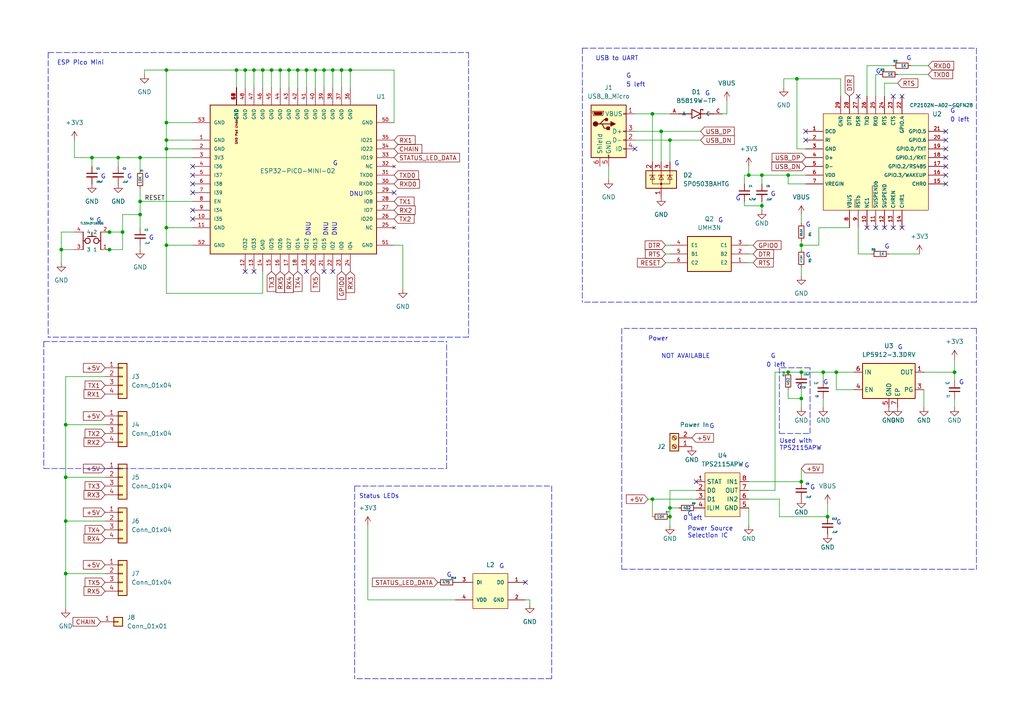
<source format=kicad_sch>
(kicad_sch (version 20250114) (generator "eeschema") (generator_version "9.0")
  (paper "A4")
  (title_block (title "Kill Switch - Remote") (date "2023-04-12") (rev "1.1") (company "Created by: Greg Hulette") (comment 1 "- LoRa to WiFi Bridge") (comment 2 "- Buttons for Master Relay"))
  (text "G" (at 215.9 135.89 0) (effects (font (size 1.27 1.27)) (justify left bottom)))
  (text "G" (at 254 21.59 0) (effects (font (size 1.27 1.27)) (justify left bottom)))
  (text "0 left" (at 275.59 35.56 0) (effects (font (size 1.27 1.27)) (justify left bottom)))
  (text "Power" (at 187.96 99.06 0) (effects (font (size 1.27 1.27)) (justify left bottom)))
  (text "G" (at 96.52 48.26 0) (effects (font (size 1.27 1.27)) (justify left bottom)))
  (text "G" (at 43.18 69.85 0) (effects (font (size 1.27 1.27)) (justify left bottom)))
  (text "DNU" (at 90.17 68.58 90) (effects (font (size 1.27 1.27)) (justify left bottom)))
  (text "G" (at 41.8215 51.8785 0) (effects (font (size 1.27 1.27)) (justify left bottom)))
  (text "G" (at 205.74 124.46 0) (effects (font (size 1.27 1.27)) (justify left bottom)))
  (text "G" (at 233.68 66.04 0) (effects (font (size 1.27 1.27)) (justify left bottom)))
  (text "DNU" (at 97.79 68.58 90) (effects (font (size 1.27 1.27)) (justify left bottom)))
  (text "G" (at 36.83 52.07 0) (effects (font (size 1.27 1.27)) (justify left bottom)))
  (text "G" (at 223.52 57.15 0) (effects (font (size 1.27 1.27)) (justify left bottom)))
  (text "G" (at 223.52 104.14 0) (effects (font (size 1.27 1.27)) (justify left bottom)))
  (text "G" (at 199.39 149.86 0) (effects (font (size 1.27 1.27)) (justify left bottom)))
  (text "G" (at 242.57 152.4 0) (effects (font (size 1.27 1.27)) (justify left bottom)))
  (text "G" (at 256.54 72.39 0) (effects (font (size 1.27 1.27)) (justify left bottom)))
  (text "ESP Pico Mini" (at 16.51 19.05 0) (effects (font (size 1.27 1.27)) (justify left bottom)))
  (text "G" (at 231.14 113.03 0) (effects (font (size 1.27 1.27)) (justify left bottom)))
  (text "G" (at 208.28 64.77 0) (effects (font (size 1.27 1.27)) (justify left bottom)))
  (text "G" (at 234.95 142.24 0) (effects (font (size 1.27 1.27)) (justify left bottom)))
  (text "NOT AVAILABLE" (at 191.77 104.14 0) (effects (font (size 1.27 1.27)) (justify left bottom)))
  (text "G" (at 262.89 17.78 0) (effects (font (size 1.27 1.27)) (justify left bottom)))
  (text "G" (at 27.94 64.77 0) (effects (font (size 1.27 1.27)) (justify left bottom)))
  (text "G" (at 181.61 22.86 0) (effects (font (size 1.27 1.27)) (justify left bottom)))
  (text "G" (at 204.47 27.94 0) (effects (font (size 1.27 1.27)) (justify left bottom)))
  (text "G" (at 213.36 58.42 0) (effects (font (size 1.27 1.27)) (justify left bottom)))
  (text "0 left" (at 198.12 151.13 0) (effects (font (size 1.27 1.27)) (justify left bottom)))
  (text "5 left" (at 181.61 25.4 0) (effects (font (size 1.27 1.27)) (justify left bottom)))
  (text "G" (at 233.68 74.93 0) (effects (font (size 1.27 1.27)) (justify left bottom)))
  (text "G" (at 29.21 52.07 0) (effects (font (size 1.27 1.27)) (justify left bottom)))
  (text "G" (at 144.78 165.1 0) (effects (font (size 1.27 1.27)) (justify left bottom)))
  (text "G" (at 238.76 111.76 0) (effects (font (size 1.27 1.27)) (justify left bottom)))
  (text "Power Source \nSelection IC" (at 199.39 156.21 0) (effects (font (size 1.27 1.27)) (justify left bottom)))
  (text "DNU" (at 95.25 68.58 90) (effects (font (size 1.27 1.27)) (justify left bottom)))
  (text "Status LEDs" (at 104.14 144.78 0) (effects (font (size 1.27 1.27)) (justify left bottom)))
  (text "Used with \nTPS2115APW" (at 226.06 130.81 0) (effects (font (size 1.27 1.27)) (justify left bottom)))
  (text "G" (at 129.54 167.64 0) (effects (font (size 1.27 1.27)) (justify left bottom)))
  (text "G" (at 195.58 48.26 0) (effects (font (size 1.27 1.27)) (justify left bottom)))
  (text "USB to UART" (at 172.72 17.78 0) (effects (font (size 1.27 1.27)) (justify left bottom)))
  (text "G" (at 278.13 111.76 0) (effects (font (size 1.27 1.27)) (justify left bottom)))
  (text "0 left" (at 222.25 106.68 0) (effects (font (size 1.27 1.27)) (justify left bottom)))
  (text "DNU" (at 105.41 57.15 0) (effects (font (size 1.27 1.27)) (justify right bottom)))
  (text "G" (at 260.35 101.6 0) (effects (font (size 1.27 1.27)) (justify left bottom)))
  (text "G" (at 275.59 33.02 0) (effects (font (size 1.27 1.27)) (justify left bottom)))
  (junction (at 220.98 59.69))
  (junction (at 76.2 20.32))
  (junction (at 232.41 139.7))
  (junction (at 88.9 20.32))
  (junction (at 232.41 115.57))
  (junction (at 240.03 149.86))
  (junction (at 48.26 20.32))
  (junction (at 99.06 20.32))
  (junction (at 19.05 151.13))
  (junction (at 228.6 107.95))
  (junction (at 232.41 71.12))
  (junction (at 228.6 50.8))
  (junction (at 48.26 43.18))
  (junction (at 34.29 45.72))
  (junction (at 93.98 20.32))
  (junction (at 17.78 72.39))
  (junction (at 194.31 149.86))
  (junction (at 83.82 20.32))
  (junction (at 48.26 71.12))
  (junction (at 19.05 123.19))
  (junction (at 48.26 40.64))
  (junction (at 68.58 20.32))
  (junction (at 231.14 22.86))
  (junction (at 189.23 33.02))
  (junction (at 71.12 20.32))
  (junction (at 101.6 20.32))
  (junction (at 78.74 20.32))
  (junction (at 48.26 66.04))
  (junction (at 40.64 45.72))
  (junction (at 35.56 67.31))
  (junction (at 40.64 58.42))
  (junction (at 194.31 40.64))
  (junction (at 86.36 20.32))
  (junction (at 217.17 50.8))
  (junction (at 238.76 107.95))
  (junction (at 40.64 62.23))
  (junction (at 73.66 20.32))
  (junction (at 220.98 50.8))
  (junction (at 242.57 107.95))
  (junction (at 91.44 20.32))
  (junction (at 191.77 38.1))
  (junction (at 276.86 107.95))
  (junction (at 189.23 144.78))
  (junction (at 81.28 20.32))
  (junction (at 31.75 72.39))
  (junction (at 26.67 45.72))
  (junction (at 19.05 166.37))
  (junction (at 48.26 35.56))
  (junction (at 31.75 67.31))
  (junction (at 194.31 147.32))
  (junction (at 232.41 107.95))
  (junction (at 19.05 138.43))
  (junction (at 96.52 20.32))
  (no_connect (at 93.98 78.74))
  (no_connect (at 259.08 27.94))
  (no_connect (at 152.4 168.91))
  (no_connect (at 201.93 139.7))
  (no_connect (at 55.88 55.88))
  (no_connect (at 55.88 60.96))
  (no_connect (at 55.88 48.26))
  (no_connect (at 55.88 50.8))
  (no_connect (at 55.88 53.34))
  (no_connect (at 71.12 78.74))
  (no_connect (at 55.88 63.5))
  (no_connect (at 114.3 55.88))
  (no_connect (at 73.66 78.74))
  (no_connect (at 96.52 78.74))
  (no_connect (at 248.92 27.94))
  (no_connect (at 233.68 38.1))
  (no_connect (at 233.68 40.64))
  (no_connect (at 261.62 27.94))
  (no_connect (at 256.54 66.04))
  (no_connect (at 254 66.04))
  (no_connect (at 251.46 66.04))
  (no_connect (at 274.32 53.34))
  (no_connect (at 274.32 38.1))
  (no_connect (at 274.32 40.64))
  (no_connect (at 274.32 43.18))
  (no_connect (at 274.32 45.72))
  (no_connect (at 274.32 48.26))
  (no_connect (at 274.32 50.8))
  (no_connect (at 261.62 66.04))
  (no_connect (at 259.08 66.04))
  (no_connect (at 184.15 43.18))
  (no_connect (at 88.9 78.74))
  (polyline (pts (xy 135.89 15.24) (xy 135.89 97.79)) (stroke (width 0) (type dash)))
  (polyline (pts (xy 102.87 140.97) (xy 160.02 140.97)) (stroke (width 0) (type dash)))
  (polyline (pts (xy 226.06 106.68) (xy 226.06 125.73)) (stroke (width 0) (type dash)))
  (wire (pts (xy 193.04 76.2) (xy 194.31 76.2)))
  (wire (pts (xy 228.6 115.57) (xy 232.41 115.57)))
  (wire (pts (xy 238.76 107.95) (xy 242.57 107.95)))
  (wire (pts (xy 40.64 45.72) (xy 34.29 45.72)))
  (wire (pts (xy 55.88 71.12) (xy 48.26 71.12)))
  (wire (pts (xy 215.9 58.42) (xy 215.9 59.69)))
  (wire (pts (xy 189.23 144.78) (xy 201.93 144.78)))
  (wire (pts (xy 254 27.94) (xy 254 21.59)))
  (wire (pts (xy 232.41 135.89) (xy 232.41 139.7)))
  (wire (pts (xy 256.54 27.94) (xy 256.54 24.13)))
  (wire (pts (xy 224.79 107.95) (xy 228.6 107.95)))
  (wire (pts (xy 217.17 152.4) (xy 217.17 147.32)))
  (wire (pts (xy 48.26 66.04) (xy 55.88 66.04)))
  (wire (pts (xy 71.12 20.32) (xy 71.12 25.4)))
  (polyline (pts (xy 12.7 99.06) (xy 129.54 99.06)) (stroke (width 0) (type dash)))
  (polyline (pts (xy 168.91 13.97) (xy 283.21 13.97)) (stroke (width 0) (type dash)))
  (wire (pts (xy 220.98 53.34) (xy 220.98 50.8)))
  (wire (pts (xy 93.98 20.32) (xy 96.52 20.32)))
  (wire (pts (xy 17.78 67.31) (xy 17.78 72.39)))
  (wire (pts (xy 218.44 73.66) (xy 217.17 73.66)))
  (wire (pts (xy 40.64 58.42) (xy 40.64 62.23)))
  (wire (pts (xy 232.41 77.47) (xy 232.41 80.01)))
  (wire (pts (xy 237.49 66.04) (xy 237.49 71.12)))
  (wire (pts (xy 209.55 33.02) (xy 210.82 33.02)))
  (wire (pts (xy 48.26 71.12) (xy 48.26 66.04)))
  (wire (pts (xy 48.26 43.18) (xy 48.26 40.64)))
  (wire (pts (xy 86.36 20.32) (xy 86.36 25.4)))
  (wire (pts (xy 48.26 20.32) (xy 48.26 35.56)))
  (wire (pts (xy 240.03 146.05) (xy 240.03 149.86)))
  (wire (pts (xy 194.31 147.32) (xy 194.31 149.86)))
  (wire (pts (xy 194.31 73.66) (xy 193.04 73.66)))
  (wire (pts (xy 189.23 33.02) (xy 189.23 46.99)))
  (polyline (pts (xy 283.21 95.25) (xy 283.21 165.1)) (stroke (width 0) (type dash)))
  (wire (pts (xy 91.44 20.32) (xy 91.44 25.4)))
  (polyline (pts (xy 12.7 135.89) (xy 129.54 135.89)) (stroke (width 0) (type dash)))
  (wire (pts (xy 88.9 20.32) (xy 91.44 20.32)))
  (wire (pts (xy 40.64 45.72) (xy 40.64 49.53)))
  (polyline (pts (xy 283.21 87.63) (xy 168.91 87.63)) (stroke (width 0) (type dash)))
  (wire (pts (xy 19.05 151.13) (xy 19.05 166.37)))
  (wire (pts (xy 217.17 142.24) (xy 224.79 142.24)))
  (wire (pts (xy 48.26 40.64) (xy 55.88 40.64)))
  (wire (pts (xy 35.56 62.23) (xy 35.56 67.31)))
  (polyline (pts (xy 135.89 97.79) (xy 13.97 97.79)) (stroke (width 0) (type dash)))
  (wire (pts (xy 228.6 50.8) (xy 220.98 50.8)))
  (wire (pts (xy 21.59 40.64) (xy 21.59 45.72)))
  (wire (pts (xy 201.93 142.24) (xy 194.31 142.24)))
  (wire (pts (xy 215.9 59.69) (xy 220.98 59.69)))
  (wire (pts (xy 30.48 138.43) (xy 19.05 138.43)))
  (wire (pts (xy 30.48 72.39) (xy 31.75 72.39)))
  (wire (pts (xy 19.05 138.43) (xy 19.05 151.13)))
  (wire (pts (xy 276.86 118.11) (xy 276.86 115.57)))
  (polyline (pts (xy 180.34 95.25) (xy 180.34 165.1)) (stroke (width 0) (type dash)))
  (wire (pts (xy 264.16 19.05) (xy 269.24 19.05)))
  (wire (pts (xy 220.98 58.42) (xy 220.98 59.69)))
  (wire (pts (xy 232.41 71.12) (xy 232.41 72.39)))
  (wire (pts (xy 55.88 45.72) (xy 40.64 45.72)))
  (wire (pts (xy 86.36 20.32) (xy 88.9 20.32)))
  (wire (pts (xy 26.67 45.72) (xy 21.59 45.72)))
  (wire (pts (xy 17.78 72.39) (xy 21.59 72.39)))
  (wire (pts (xy 73.66 20.32) (xy 76.2 20.32)))
  (wire (pts (xy 153.67 173.99) (xy 152.4 173.99)))
  (polyline (pts (xy 168.91 13.97) (xy 168.91 87.63)) (stroke (width 0) (type dash)))
  (wire (pts (xy 83.82 20.32) (xy 86.36 20.32)))
  (wire (pts (xy 48.26 20.32) (xy 68.58 20.32)))
  (wire (pts (xy 176.53 48.26) (xy 176.53 52.07)))
  (wire (pts (xy 71.12 20.32) (xy 73.66 20.32)))
  (wire (pts (xy 40.64 71.12) (xy 40.64 72.39)))
  (wire (pts (xy 233.68 50.8) (xy 228.6 50.8)))
  (wire (pts (xy 30.48 151.13) (xy 19.05 151.13)))
  (wire (pts (xy 247.65 113.03) (xy 242.57 113.03)))
  (wire (pts (xy 220.98 59.69) (xy 220.98 60.96)))
  (wire (pts (xy 184.15 40.64) (xy 194.31 40.64)))
  (wire (pts (xy 227.33 22.86) (xy 227.33 25.4)))
  (wire (pts (xy 40.64 54.61) (xy 40.64 58.42)))
  (wire (pts (xy 81.28 20.32) (xy 83.82 20.32)))
  (wire (pts (xy 238.76 110.49) (xy 238.76 107.95)))
  (wire (pts (xy 194.31 147.32) (xy 196.85 147.32)))
  (wire (pts (xy 19.05 123.19) (xy 19.05 138.43)))
  (wire (pts (xy 237.49 71.12) (xy 232.41 71.12)))
  (wire (pts (xy 267.97 107.95) (xy 276.86 107.95)))
  (wire (pts (xy 101.6 25.4) (xy 101.6 20.32)))
  (wire (pts (xy 76.2 78.74) (xy 76.2 85.09)))
  (wire (pts (xy 194.31 40.64) (xy 194.31 46.99)))
  (wire (pts (xy 17.78 72.39) (xy 17.78 76.2)))
  (wire (pts (xy 210.82 29.21) (xy 210.82 33.02)))
  (wire (pts (xy 76.2 25.4) (xy 76.2 20.32)))
  (wire (pts (xy 30.48 123.19) (xy 19.05 123.19)))
  (wire (pts (xy 26.67 45.72) (xy 26.67 48.26)))
  (wire (pts (xy 217.17 76.2) (xy 218.44 76.2)))
  (wire (pts (xy 231.14 22.86) (xy 227.33 22.86)))
  (wire (pts (xy 96.52 20.32) (xy 96.52 25.4)))
  (wire (pts (xy 226.06 144.78) (xy 226.06 149.86)))
  (wire (pts (xy 106.68 173.99) (xy 132.08 173.99)))
  (wire (pts (xy 194.31 142.24) (xy 194.31 147.32)))
  (wire (pts (xy 30.48 166.37) (xy 19.05 166.37)))
  (wire (pts (xy 68.58 20.32) (xy 68.58 25.4)))
  (wire (pts (xy 232.41 107.95) (xy 238.76 107.95)))
  (wire (pts (xy 228.6 107.95) (xy 232.41 107.95)))
  (wire (pts (xy 41.91 20.32) (xy 48.26 20.32)))
  (polyline (pts (xy 226.06 125.73) (xy 234.95 125.73)) (stroke (width 0) (type dash)))
  (wire (pts (xy 242.57 107.95) (xy 247.65 107.95)))
  (wire (pts (xy 233.68 53.34) (xy 228.6 53.34)))
  (wire (pts (xy 224.79 107.95) (xy 224.79 142.24)))
  (wire (pts (xy 48.26 85.09) (xy 48.26 71.12)))
  (wire (pts (xy 276.86 104.14) (xy 276.86 107.95)))
  (wire (pts (xy 34.29 45.72) (xy 34.29 48.26)))
  (polyline (pts (xy 160.02 140.97) (xy 160.02 196.85)) (stroke (width 0) (type dash)))
  (wire (pts (xy 184.15 33.02) (xy 189.23 33.02)))
  (wire (pts (xy 232.41 139.7) (xy 217.17 139.7)))
  (wire (pts (xy 99.06 20.32) (xy 101.6 20.32)))
  (wire (pts (xy 114.3 20.32) (xy 101.6 20.32)))
  (wire (pts (xy 78.74 20.32) (xy 78.74 25.4)))
  (wire (pts (xy 35.56 62.23) (xy 40.64 62.23)))
  (polyline (pts (xy 102.87 140.97) (xy 102.87 196.85)) (stroke (width 0) (type dash)))
  (wire (pts (xy 96.52 20.32) (xy 99.06 20.32)))
  (wire (pts (xy 226.06 149.86) (xy 240.03 149.86)))
  (wire (pts (xy 116.84 71.12) (xy 116.84 83.82)))
  (wire (pts (xy 191.77 38.1) (xy 191.77 46.99)))
  (polyline (pts (xy 129.54 135.89) (xy 129.54 99.06)) (stroke (width 0) (type dash)))
  (wire (pts (xy 233.68 43.18) (xy 231.14 43.18)))
  (polyline (pts (xy 180.34 165.1) (xy 283.21 165.1)) (stroke (width 0) (type dash)))
  (wire (pts (xy 187.96 144.78) (xy 189.23 144.78)))
  (wire (pts (xy 153.67 175.26) (xy 153.67 173.99)))
  (wire (pts (xy 19.05 109.22) (xy 19.05 123.19)))
  (wire (pts (xy 81.28 20.32) (xy 81.28 25.4)))
  (wire (pts (xy 248.92 73.66) (xy 252.73 73.66)))
  (wire (pts (xy 35.56 67.31) (xy 35.56 72.39)))
  (wire (pts (xy 41.91 20.32) (xy 41.91 21.59)))
  (wire (pts (xy 251.46 27.94) (xy 251.46 19.05)))
  (wire (pts (xy 88.9 20.32) (xy 88.9 25.4)))
  (wire (pts (xy 232.41 62.23) (xy 232.41 64.77)))
  (wire (pts (xy 254 21.59) (xy 255.27 21.59)))
  (wire (pts (xy 232.41 113.03) (xy 232.41 115.57)))
  (wire (pts (xy 93.98 20.32) (xy 93.98 25.4)))
  (wire (pts (xy 31.75 67.31) (xy 35.56 67.31)))
  (wire (pts (xy 248.92 66.04) (xy 248.92 73.66)))
  (wire (pts (xy 217.17 48.26) (xy 217.17 50.8)))
  (wire (pts (xy 83.82 20.32) (xy 83.82 25.4)))
  (wire (pts (xy 40.64 58.42) (xy 55.88 58.42)))
  (wire (pts (xy 106.68 152.4) (xy 106.68 173.99)))
  (wire (pts (xy 30.48 67.31) (xy 31.75 67.31)))
  (wire (pts (xy 17.78 67.31) (xy 21.59 67.31)))
  (polyline (pts (xy 283.21 13.97) (xy 283.21 87.63)) (stroke (width 0) (type dash)))
  (wire (pts (xy 243.84 27.94) (xy 243.84 22.86)))
  (wire (pts (xy 232.41 69.85) (xy 232.41 71.12)))
  (wire (pts (xy 215.9 50.8) (xy 217.17 50.8)))
  (wire (pts (xy 48.26 43.18) (xy 55.88 43.18)))
  (polyline (pts (xy 12.7 99.06) (xy 12.7 135.89)) (stroke (width 0) (type dash)))
  (wire (pts (xy 91.44 20.32) (xy 93.98 20.32)))
  (wire (pts (xy 217.17 50.8) (xy 220.98 50.8)))
  (wire (pts (xy 73.66 20.32) (xy 73.66 25.4)))
  (wire (pts (xy 114.3 35.56) (xy 114.3 20.32)))
  (polyline (pts (xy 234.95 106.68) (xy 226.06 106.68)) (stroke (width 0) (type dash)))
  (wire (pts (xy 257.81 73.66) (xy 266.7 73.66)))
  (wire (pts (xy 232.41 115.57) (xy 232.41 118.11)))
  (wire (pts (xy 217.17 144.78) (xy 226.06 144.78)))
  (polyline (pts (xy 283.21 95.25) (xy 180.34 95.25)) (stroke (width 0) (type dash)))
  (wire (pts (xy 40.64 62.23) (xy 40.64 66.04)))
  (wire (pts (xy 55.88 35.56) (xy 48.26 35.56)))
  (wire (pts (xy 189.23 33.02) (xy 194.31 33.02)))
  (wire (pts (xy 184.15 38.1) (xy 191.77 38.1)))
  (wire (pts (xy 30.48 109.22) (xy 19.05 109.22)))
  (wire (pts (xy 78.74 20.32) (xy 81.28 20.32)))
  (wire (pts (xy 48.26 35.56) (xy 48.26 40.64)))
  (wire (pts (xy 189.23 144.78) (xy 189.23 149.86)))
  (polyline (pts (xy 160.02 196.85) (xy 102.87 196.85)) (stroke (width 0) (type dash)))
  (wire (pts (xy 215.9 53.34) (xy 215.9 50.8)))
  (wire (pts (xy 34.29 45.72) (xy 26.67 45.72)))
  (wire (pts (xy 260.35 21.59) (xy 269.24 21.59)))
  (wire (pts (xy 191.77 38.1) (xy 203.2 38.1)))
  (wire (pts (xy 48.26 66.04) (xy 48.26 43.18)))
  (wire (pts (xy 231.14 43.18) (xy 231.14 22.86)))
  (polyline (pts (xy 234.95 125.73) (xy 234.95 106.68)) (stroke (width 0) (type dash)))
  (wire (pts (xy 76.2 20.32) (xy 78.74 20.32)))
  (wire (pts (xy 76.2 85.09) (xy 48.26 85.09)))
  (wire (pts (xy 276.86 110.49) (xy 276.86 107.95)))
  (wire (pts (xy 256.54 24.13) (xy 260.35 24.13)))
  (wire (pts (xy 217.17 71.12) (xy 218.44 71.12)))
  (wire (pts (xy 242.57 113.03) (xy 242.57 107.95)))
  (wire (pts (xy 193.04 71.12) (xy 194.31 71.12)))
  (wire (pts (xy 194.31 149.86) (xy 194.31 152.4)))
  (polyline (pts (xy 13.97 15.24) (xy 135.89 15.24)) (stroke (width 0) (type dash)))
  (wire (pts (xy 228.6 53.34) (xy 228.6 50.8)))
  (wire (pts (xy 237.49 66.04) (xy 246.38 66.04)))
  (wire (pts (xy 238.76 115.57) (xy 238.76 118.11)))
  (wire (pts (xy 31.75 72.39) (xy 35.56 72.39)))
  (wire (pts (xy 251.46 19.05) (xy 259.08 19.05)))
  (wire (pts (xy 68.58 20.32) (xy 71.12 20.32)))
  (wire (pts (xy 243.84 22.86) (xy 231.14 22.86)))
  (wire (pts (xy 194.31 40.64) (xy 203.2 40.64)))
  (wire (pts (xy 267.97 118.11) (xy 267.97 113.03)))
  (wire (pts (xy 99.06 20.32) (xy 99.06 25.4)))
  (wire (pts (xy 114.3 71.12) (xy 116.84 71.12)))
  (wire (pts (xy 19.05 166.37) (xy 19.05 176.53)))
  (polyline (pts (xy 13.97 15.24) (xy 13.97 97.79)) (stroke (width 0) (type dash)))
  (wire (pts (xy 228.6 113.03) (xy 228.6 115.57)))
  (label "RESET" (at 41.91 58.42 0))
  (global_label "+5V" (shape input) (at 187.96 144.78 180) (property "Intersheetrefs" "${INTERSHEET_REFS}" (effects (hide yes))))
  (global_label "RX5" (shape input) (at 30.48 171.45 180) (property "Intersheetrefs" "${INTERSHEET_REFS}" (effects (hide yes))))
  (global_label "TXD0" (shape input) (at 114.3 50.8 0) (property "Intersheetrefs" "${INTERSHEET_REFS}" (effects (hide yes))))
  (global_label "TXD0" (shape input) (at 269.24 21.59 0) (property "Intersheetrefs" "${INTERSHEET_REFS}" (effects (hide yes))))
  (global_label "TX2" (shape input) (at 114.3 63.5 0) (property "Intersheetrefs" "${INTERSHEET_REFS}" (effects (hide yes))))
  (global_label "+5V" (shape input) (at 232.41 135.89 0) (property "Intersheetrefs" "${INTERSHEET_REFS}" (effects (hide yes))))
  (global_label "GPIO0" (shape input) (at 218.44 71.12 0) (property "Intersheetrefs" "${INTERSHEET_REFS}" (effects (hide yes))))
  (global_label "GPIO0" (shape input) (at 99.06 78.74 270) (property "Intersheetrefs" "${INTERSHEET_REFS}" (effects (hide yes))))
  (global_label "TX1" (shape input) (at 30.48 111.76 180) (property "Intersheetrefs" "${INTERSHEET_REFS}" (effects (hide yes))))
  (global_label "RX1" (shape input) (at 30.48 114.3 180) (property "Intersheetrefs" "${INTERSHEET_REFS}" (effects (hide yes))))
  (global_label "TX2" (shape input) (at 30.48 125.73 180) (property "Intersheetrefs" "${INTERSHEET_REFS}" (effects (hide yes))))
  (global_label "RX4" (shape input) (at 30.48 156.21 180) (property "Intersheetrefs" "${INTERSHEET_REFS}" (effects (hide yes))))
  (global_label "+5V" (shape input) (at 30.48 120.65 180) (property "Intersheetrefs" "${INTERSHEET_REFS}" (effects (hide yes))))
  (global_label "+5V" (shape input) (at 30.48 135.89 180) (property "Intersheetrefs" "${INTERSHEET_REFS}" (effects (hide yes))))
  (global_label "RTS" (shape input) (at 218.44 76.2 0) (property "Intersheetrefs" "${INTERSHEET_REFS}" (effects (hide yes))))
  (global_label "DTR" (shape input) (at 193.04 71.12 180) (property "Intersheetrefs" "${INTERSHEET_REFS}" (effects (hide yes))))
  (global_label "USB_DP" (shape input) (at 203.2 38.1 0) (property "Intersheetrefs" "${INTERSHEET_REFS}" (effects (hide yes))))
  (global_label "TX1" (shape input) (at 114.3 58.42 0) (property "Intersheetrefs" "${INTERSHEET_REFS}" (effects (hide yes))))
  (global_label "USB_DN" (shape input) (at 233.68 48.26 180) (property "Intersheetrefs" "${INTERSHEET_REFS}" (effects (hide yes))))
  (global_label "USB_DN" (shape input) (at 203.2 40.64 0) (property "Intersheetrefs" "${INTERSHEET_REFS}" (effects (hide yes))))
  (global_label "STATUS_LED_DATA" (shape input) (at 127 168.91 180) (property "Intersheetrefs" "${INTERSHEET_REFS}" (effects (hide yes))))
  (global_label "RX3" (shape input) (at 30.48 143.51 180) (property "Intersheetrefs" "${INTERSHEET_REFS}" (effects (hide yes))))
  (global_label "TX3" (shape input) (at 30.48 140.97 180) (property "Intersheetrefs" "${INTERSHEET_REFS}" (effects (hide yes))))
  (global_label "RTS" (shape input) (at 193.04 73.66 180) (property "Intersheetrefs" "${INTERSHEET_REFS}" (effects (hide yes))))
  (global_label "RXD0" (shape input) (at 114.3 53.34 0) (property "Intersheetrefs" "${INTERSHEET_REFS}" (effects (hide yes))))
  (global_label "CHAIN" (shape input) (at 29.21 180.34 180) (property "Intersheetrefs" "${INTERSHEET_REFS}" (effects (hide yes))))
  (global_label "DTR" (shape input) (at 218.44 73.66 0) (property "Intersheetrefs" "${INTERSHEET_REFS}" (effects (hide yes))))
  (global_label "+5V" (shape input) (at 30.48 106.68 180) (property "Intersheetrefs" "${INTERSHEET_REFS}" (effects (hide yes))))
  (global_label "TX4" (shape input) (at 86.36 78.74 270) (property "Intersheetrefs" "${INTERSHEET_REFS}" (effects (hide yes))))
  (global_label "STATUS_LED_DATA" (shape input) (at 114.3 45.72 0) (property "Intersheetrefs" "${INTERSHEET_REFS}" (effects (hide yes))))
  (global_label "RESET" (shape input) (at 193.04 76.2 180) (property "Intersheetrefs" "${INTERSHEET_REFS}" (effects (hide yes))))
  (global_label "RXD0" (shape input) (at 269.24 19.05 0) (property "Intersheetrefs" "${INTERSHEET_REFS}" (effects (hide yes))))
  (global_label "RTS" (shape input) (at 260.35 24.13 0) (property "Intersheetrefs" "${INTERSHEET_REFS}" (effects (hide yes))))
  (global_label "+5V" (shape input) (at 30.48 148.59 180) (property "Intersheetrefs" "${INTERSHEET_REFS}" (effects (hide yes))))
  (global_label "TX3" (shape input) (at 78.74 78.74 270) (property "Intersheetrefs" "${INTERSHEET_REFS}" (effects (hide yes))))
  (global_label "RX3" (shape input) (at 101.6 78.74 270) (property "Intersheetrefs" "${INTERSHEET_REFS}" (effects (hide yes))))
  (global_label "RX2" (shape input) (at 30.48 128.27 180) (property "Intersheetrefs" "${INTERSHEET_REFS}" (effects (hide yes))))
  (global_label "DTR" (shape input) (at 246.38 27.94 90) (property "Intersheetrefs" "${INTERSHEET_REFS}" (effects (hide yes))))
  (global_label "CHAIN" (shape input) (at 114.3 43.18 0) (property "Intersheetrefs" "${INTERSHEET_REFS}" (effects (hide yes))))
  (global_label "TX4" (shape input) (at 30.48 153.67 180) (property "Intersheetrefs" "${INTERSHEET_REFS}" (effects (hide yes))))
  (global_label "USB_DP" (shape input) (at 233.68 45.72 180) (property "Intersheetrefs" "${INTERSHEET_REFS}" (effects (hide yes))))
  (global_label "RX1" (shape input) (at 114.3 40.64 0) (property "Intersheetrefs" "${INTERSHEET_REFS}" (effects (hide yes))))
  (global_label "+5V" (shape input) (at 200.66 127 0) (property "Intersheetrefs" "${INTERSHEET_REFS}" (effects (hide yes))))
  (global_label "+5V" (shape input) (at 30.48 163.83 180) (property "Intersheetrefs" "${INTERSHEET_REFS}" (effects (hide yes))))
  (global_label "TX5" (shape input) (at 30.48 168.91 180) (property "Intersheetrefs" "${INTERSHEET_REFS}" (effects (hide yes))))
  (global_label "RX5" (shape input) (at 81.28 78.74 270) (property "Intersheetrefs" "${INTERSHEET_REFS}" (effects (hide yes))))
  (global_label "RX4" (shape input) (at 83.82 78.74 270) (property "Intersheetrefs" "${INTERSHEET_REFS}" (effects (hide yes))))
  (global_label "RX2" (shape input) (at 114.3 60.96 0) (property "Intersheetrefs" "${INTERSHEET_REFS}" (effects (hide yes))))
  (global_label "TX5" (shape input) (at 91.44 78.74 270) (property "Intersheetrefs" "${INTERSHEET_REFS}" (effects (hide yes))))
  (symbol (lib_id "power:GND") (at 41.91 21.59 0) (unit 1)
    (property "Reference" "#PWR0136" (effects (hide yes)))
    (property "Value" "GND" (at 41.91 26.67 0))
  )
  (symbol (lib_id "power:GND") (at 217.17 152.4 0) (unit 1)
    (property "Reference" "#PWR0110" (effects (hide yes)))
    (property "Value" "GND" (at 217.17 156.21 0))
  )
  (symbol (lib_id "power:GND") (at 227.33 25.4 0) (unit 1)
    (property "Reference" "#PWR0108" (effects (hide yes)))
    (property "Value" "GND" (at 227.33 30.48 0))
  )
  (symbol (lib_id "Device:C_Small") (at 40.64 68.58 0) (unit 1)
    (property "Reference" "C3" (at 41.91 66.6813 0) (effects (font (size 0.5 0.5)) (justify left)))
    (property "Value" ".1uF" (at 41.91 70.4913 0) (effects (font (size 0.5 0.5)) (justify left)))
    (property "Footprint" "Capacitor_SMD:C_0402_1005Metric" (effects (hide yes)))
    (property "Datasheet" "https://www.we-online.com/katalog/datasheet/885012206020.pdf" (effects (hide yes)))
    (property "Manufacturers Name" " Samsung Electro-Mechanics" (effects (hide yes)))
    (property "Manufacturers Part Number" "CL05B104KB54PNC" (effects (hide yes)))
    (property "LCSC" "C307331" (effects (hide yes)))
  )
  (symbol (lib_id "Connector_Generic:Conn_01x04") (at 35.56 123.19 0) (unit 1)
    (property "Reference" "J4" (at 38.1 123.1899 0) (effects (justify left)))
    (property "Value" "Conn_01x04" (at 38.1 125.7299 0) (effects (justify left)))
    (property "Footprint" "Connector_PinHeader_2.54mm:PinHeader_1x04_P2.54mm_Vertical" (effects (hide yes)))
    (property "LCSC" "C2691448" (effects (hide yes)))
    (property "Manufacturer" "XFCN" (effects (hide yes)))
    (property "Manufacturer's Part Number" "PZ254V-11-04P" (effects (hide yes)))
  )
  (symbol (lib_id "power:GND") (at 220.98 60.96 0) (unit 1)
    (property "Reference" "#PWR0105" (effects (hide yes)))
    (property "Value" "GND" (at 220.98 64.77 0))
  )
  (symbol (lib_id "Device:C_Small") (at 220.98 55.88 0) (unit 1)
    (property "Reference" "C5" (at 222.25 53.9813 0) (effects (font (size 0.5 0.5)) (justify left)))
    (property "Value" ".1uF" (at 222.25 57.7913 0) (effects (font (size 0.5 0.5)) (justify left)))
    (property "Footprint" "Capacitor_SMD:C_0402_1005Metric" (effects (hide yes)))
    (property "Datasheet" "https://www.we-online.com/katalog/datasheet/885012206020.pdf" (effects (hide yes)))
    (property "Manufacturers Name" "Samsung Electro-Mechanics" (effects (hide yes)))
    (property "Manufacturers Part Number" "CL05B104KB54PNC" (effects (hide yes)))
    (property "LCSC" "C307331" (effects (hide yes)))
  )
  (symbol (lib_id "Regulator_Linear:LP5912-3.3DRV") (at 257.81 110.49 0) (unit 1)
    (property "Reference" "U3" (at 257.81 100.33 0))
    (property "Value" "LP5912-3.3DRV" (at 257.81 102.87 0))
    (property "Footprint" "Package_SON:WSON-6-1EP_2x2mm_P0.65mm_EP1x1.6mm_ThermalVias" (effects (hide yes)))
    (property "Datasheet" "http://www.ti.com/lit/ds/symlink/lp5912.pdf" (effects (hide yes)))
    (property "Manufacturers Name" "Texas Instruments" (effects (hide yes)))
    (property "Manufacturers Part Number" "LP5912Q3.3DRVTQ1" (effects (hide yes)))
    (property "LCSC" "C575581" (effects (hide yes)))
  )
  (symbol (lib_id "Device:R_Small") (at 129.54 168.91 270) (unit 1)
    (property "Reference" "R16" (at 130.8101 167.64 90) (effects (font (size 0.5 0.5)) (justify left)))
    (property "Value" "470" (at 128.2701 168.91 90) (effects (font (size 0.75 0.75)) (justify left)))
    (property "Footprint" "Resistor_SMD:R_0402_1005Metric" (effects (hide yes)))
    (property "Datasheet" "https://www.yageo.com/upload/media/product/productsearch/datasheet/rchip/PYu-RC_Group_51_RoHS_L_12.pdf" (effects (hide yes)))
    (property "Manufacturers Name" "YAGEO" (effects (hide yes)))
    (property "Manufacturers Part Number" "RT0402BRD07470RL" (effects (hide yes)))
    (property "LCSC" "C114949" (effects (hide yes)))
  )
  (symbol (lib_id "Device:C_Small") (at 240.03 152.4 0) (unit 1)
    (property "Reference" "C12" (at 241.3 150.5013 0) (effects (font (size 0.5 0.5)) (justify left)))
    (property "Value" ".1uF" (at 241.3 154.3113 0) (effects (font (size 0.5 0.5)) (justify left)))
    (property "Footprint" "Capacitor_SMD:C_0402_1005Metric" (effects (hide yes)))
    (property "Datasheet" "https://www.we-online.com/katalog/datasheet/885012206020.pdf" (effects (hide yes)))
    (property "Manufacturers Name" "Samsung Electro-Mechanics" (effects (hide yes)))
    (property "Manufacturers Part Number" "CL05B104KB54PNC" (effects (hide yes)))
    (property "LCSC" "C307331" (effects (hide yes)))
  )
  (symbol (lib_id "power:+3.3V") (at 106.68 152.4 0) (unit 1)
    (property "Reference" "#PWR0130" (effects (hide yes)))
    (property "Value" "+3V3" (at 106.68 147.32 0))
  )
  (symbol (lib_id "power:GND") (at 257.81 118.11 0) (unit 1)
    (property "Reference" "#PWR0121" (effects (hide yes)))
    (property "Value" "GND" (at 257.81 121.92 0))
  )
  (symbol (lib_id "power:GND") (at 153.67 175.26 0) (unit 1)
    (property "Reference" "#PWR0128" (effects (hide yes)))
    (property "Value" "GND" (at 153.67 180.34 0))
  )
  (symbol (lib_id "power:GND") (at 191.77 57.15 0) (unit 1)
    (property "Reference" "#PWR0103" (effects (hide yes)))
    (property "Value" "GND" (at 191.77 62.23 0))
  )
  (symbol (lib_id "Connector_Generic:Conn_01x01") (at 34.29 180.34 0) (unit 1)
    (property "Reference" "J8" (at 36.83 179.0699 0) (effects (justify left)))
    (property "Value" "Conn_01x01" (at 36.83 181.6099 0) (effects (justify left)))
    (property "Footprint" "Connector_PinHeader_2.54mm:PinHeader_1x01_P2.54mm_Vertical" (effects (hide yes)))
    (property "LCSC" "C81276" (effects (hide yes)))
  )
  (symbol (lib_id "Custom:CP2102N-A02-GQFN28") (at 254 45.72 0) (unit 1)
    (property "Reference" "U2" (at 271.78 33.0706 0))
    (property "Value" "CP2102N-A02-GQFN28" (at 273.05 30.5307 0) (effects (font (size 1.016 1.016))))
    (property "Footprint" "Package_DFN_QFN:QFN-28-1EP_5x5mm_P0.5mm_EP3.35x3.35mm" (effects (hide yes)))
    (property "Manufacturers Name" "Silicon Labs" (effects (hide yes)))
    (property "Manufacturers Part Number" "CP2102N-A02-GQFN28" (effects (hide yes)))
    (property "Digikey Part Number" "336-5889-ND" (effects (hide yes)))
    (property "Mouser Part Number" "634-CP2102NA02GQFN28 " (effects (hide yes)))
    (property "LCSC" "C964632" (effects (hide yes)))
  )
  (symbol (lib_id "Device:R_Small") (at 232.41 74.93 0) (unit 1)
    (property "Reference" "R5" (at 234.95 76.1999 90) (effects (font (size 0.6 0.6)) (justify left)))
    (property "Value" "47.5K" (at 232.41 76.1999 90) (effects (font (size 0.5 0.5)) (justify left)))
    (property "Footprint" "Resistor_SMD:R_0402_1005Metric" (effects (hide yes)))
    (property "Datasheet" "https://www.yageo.com/upload/media/product/productsearch/datasheet/rchip/PYu-RC_Group_51_RoHS_L_12.pdf" (effects (hide yes)))
    (property "Manufacturers Name" "YAGEO" (effects (hide yes)))
    (property "Manufacturers Part Number" "RC0402FR-0747K5L" (effects (hide yes)))
    (property "Digikey Part Number" "311-47.5KLRCT-ND" (effects (hide yes)))
    (property "Mouser Part Number" "603-RC0402FR-0747K5L " (effects (hide yes)))
    (property "LCSC" "C319605" (effects (hide yes)))
  )
  (symbol (lib_id "power:VBUS") (at 240.03 146.05 0) (unit 1)
    (property "Reference" "#PWR0118" (effects (hide yes)))
    (property "Value" "VBUS" (at 240.03 140.97 0))
  )
  (symbol (lib_id "Power_Protection:SP0503BAHT") (at 191.77 52.07 0) (unit 1)
    (property "Reference" "D2" (at 198.12 50.7999 0) (effects (justify left)))
    (property "Value" "SP0503BAHTG" (at 198.12 53.3399 0) (effects (justify left)))
    (property "Footprint" "Package_TO_SOT_SMD:SOT-143" (effects (hide yes)))
    (property "Datasheet" "http://www.littelfuse.com/~/media/files/littelfuse/technical%20resources/documents/data%20sheets/sp05xxba.pdf" (effects (hide yes)))
    (property "Manufacturers Name" "Littelfuse Inc." (effects (hide yes)))
    (property "Manufacturers Part Number" "SP0503BAHTG" (effects (hide yes)))
    (property "Digikey Part Number" "F2715CT-ND" (effects (hide yes)))
    (property "Mouser Part Number" "576-SP0503BAHTG " (effects (hide yes)))
    (property "LCSC" "C7074" (effects (hide yes)))
  )
  (symbol (lib_id "Custom:TPS2115APW") (at 209.55 142.24 0) (unit 1)
    (property "Reference" "U4" (at 209.55 132.08 0))
    (property "Value" "TPS2115APW" (at 209.55 134.62 0))
    (property "Footprint" "Package_SO:TSSOP-8_4.4x3mm_P0.65mm" (effects (hide yes)))
    (property "Datasheet" "https://www.ti.com/general/docs/suppproductinfo.tsp?distId=10&gotoUrl=https%3A%2F%2Fwww.ti.com%2Flit%2Fgpn%2Ftps2114a" (effects (hide yes)))
    (property "Manufacturers Name" "Texas Instruments" (effects (hide yes)))
    (property "Manufacturers Part Number" "TPS2115APWR" (effects (hide yes)))
    (property "Digikey Part Number" "296-26918-5-ND" (effects (hide yes)))
    (property "Mouser Part Number" "595-TPS2115APW " (effects (hide yes)))
    (property "LCSC" "C70287" (effects (hide yes)))
  )
  (symbol (lib_id "power:GND") (at 232.41 80.01 0) (unit 1)
    (property "Reference" "#PWR0104" (effects (hide yes)))
    (property "Value" "GND" (at 232.41 85.09 0))
  )
  (symbol (lib_id "power:GND") (at 267.97 118.11 0) (unit 1)
    (property "Reference" "#PWR0119" (effects (hide yes)))
    (property "Value" "GND" (at 267.97 121.92 0))
  )
  (symbol (lib_id "power:GND") (at 260.35 118.11 0) (unit 1)
    (property "Reference" "#PWR0120" (effects (hide yes)))
    (property "Value" "GND" (at 260.35 121.92 0))
  )
  (symbol (lib_id "power:GND") (at 40.64 72.39 0) (unit 1)
    (property "Reference" "#PWR0138" (effects (hide yes)))
    (property "Value" "GND" (at 40.64 77.47 0))
  )
  (symbol (lib_id "Device:C_Small") (at 26.67 50.8 0) (unit 1)
    (property "Reference" "C1" (at 27.94 48.9013 0) (effects (font (size 0.5 0.5)) (justify left)))
    (property "Value" "10uF" (at 27.94 52.7113 0) (effects (font (size 0.5 0.5)) (justify left)))
    (property "Footprint" "Capacitor_SMD:C_0805_2012Metric" (effects (hide yes)))
    (property "Datasheet" "https://www.we-online.com/katalog/datasheet/885012107014.pdf" (effects (hide yes)))
    (property "Manufacturers Name" "Würth Elektronik" (effects (hide yes)))
    (property "Manufacturers Part Number" "CS2012X7R106K100NRE" (effects (hide yes)))
    (property "LCSC" "C1222438" (effects (hide yes)))
    (property "Manufacturer's Part Number" "CS2012X7R106K100NRE" (effects (hide yes)))
  )
  (symbol (lib_id "Device:C_Small") (at 232.41 142.24 0) (unit 1)
    (property "Reference" "C9" (at 233.68 140.3413 0) (effects (font (size 0.5 0.5)) (justify left)))
    (property "Value" ".1uF" (at 233.68 144.1513 0) (effects (font (size 0.5 0.5)) (justify left)))
    (property "Footprint" "Capacitor_SMD:C_0402_1005Metric" (effects (hide yes)))
    (property "Manufacturers Name" "Samsung Electro-Mechanics" (effects (hide yes)))
    (property "Manufacturers Part Number" "CL05B104KB54PNC" (effects (hide yes)))
    (property "LCSC" "C307331 " (effects (hide yes)))
  )
  (symbol (lib_id "power:GND") (at 238.76 118.11 0) (unit 1)
    (property "Reference" "#PWR0116" (effects (hide yes)))
    (property "Value" "GND" (at 238.76 121.92 0))
  )
  (symbol (lib_id "Device:C_Small") (at 276.86 113.03 180) (unit 1)
    (property "Reference" "C7" (at 275.59 114.9287 0) (effects (font (size 0.5 0.5)) (justify left)))
    (property "Value" "1uF" (at 275.59 111.1187 0) (effects (font (size 0.5 0.5)) (justify left)))
    (property "Footprint" "Capacitor_SMD:C_0603_1608Metric" (effects (hide yes)))
    (property "Manufacturers Name" "Murata Electronics" (effects (hide yes)))
    (property "Manufacturers Part Number" "GRM188B31H105KAALD" (effects (hide yes)))
    (property "LCSC" "C913562" (effects (hide yes)))
  )
  (symbol (lib_id "Device:R_Small") (at 257.81 21.59 90) (unit 1)
    (property "Reference" "R3" (at 256.5399 20.32 90) (effects (font (size 0.6 0.6)) (justify left)))
    (property "Value" "1K" (at 259.0799 21.59 90) (effects (font (size 0.75 0.75)) (justify left)))
    (property "Footprint" "Resistor_SMD:R_0402_1005Metric" (effects (hide yes)))
    (property "Datasheet" "https://www.yageo.com/upload/media/product/productsearch/datasheet/rchip/PYu-RC_Group_51_RoHS_L_12.pdf" (effects (hide yes)))
    (property "Manufacturers Name" "YAGEO" (effects (hide yes)))
    (property "Manufacturers Part Number" "RC0402JR-071KL" (effects (hide yes)))
    (property "Digikey Part Number" "311-1.0KJRCT-ND" (effects (hide yes)))
    (property "Mouser Part Number" "603-RC0402JR-071KL " (effects (hide yes)))
    (property "LCSC" "C105637" (effects (hide yes)))
  )
  (symbol (lib_id "power:GND") (at 276.86 118.11 0) (unit 1)
    (property "Reference" "#PWR0112" (effects (hide yes)))
    (property "Value" "GND" (at 276.86 121.92 0))
  )
  (symbol (lib_id "Device:C_Small") (at 238.76 113.03 180) (unit 1)
    (property "Reference" "C6" (at 237.49 114.9287 0) (effects (font (size 0.5 0.5)) (justify left)))
    (property "Value" "1uF" (at 237.49 111.1187 0) (effects (font (size 0.5 0.5)) (justify left)))
    (property "Footprint" "Capacitor_SMD:C_0603_1608Metric" (effects (hide yes)))
    (property "Manufacturers Name" "Murata Electronics" (effects (hide yes)))
    (property "Manufacturers Part Number" "GRM188B31H105KAALD" (effects (hide yes)))
    (property "LCSC" "C913562" (effects (hide yes)))
  )
  (symbol (lib_id "Device:R_Small") (at 255.27 73.66 90) (unit 1)
    (property "Reference" "R6" (at 253.9999 72.39 90) (effects (font (size 0.6 0.6)) (justify left)))
    (property "Value" "1K" (at 256.5399 73.66 90) (effects (font (size 0.75 0.75)) (justify left)))
    (property "Footprint" "Resistor_SMD:R_0402_1005Metric" (effects (hide yes)))
    (property "Datasheet" "https://www.yageo.com/upload/media/product/productsearch/datasheet/rchip/PYu-RC_Group_51_RoHS_L_12.pdf" (effects (hide yes)))
    (property "Manufacturers Name" "YAGEO" (effects (hide yes)))
    (property "Manufacturers Part Number" "RC0402JR-071KL" (effects (hide yes)))
    (property "Digikey Part Number" "311-1.0KJRCT-ND" (effects (hide yes)))
    (property "Mouser Part Number" "603-RC0402JR-071KL " (effects (hide yes)))
    (property "LCSC" "C105637" (effects (hide yes)))
  )
  (symbol (lib_id "power:VBUS") (at 232.41 62.23 0) (unit 1)
    (property "Reference" "#PWR0109" (effects (hide yes)))
    (property "Value" "VBUS" (at 232.41 57.15 0))
  )
  (symbol (lib_id "power:GND") (at 19.05 176.53 0) (unit 1)
    (property "Reference" "#PWR0122" (effects (hide yes)))
    (property "Value" "GND" (at 19.05 181.61 0))
  )
  (symbol (lib_id "Device:R_Small") (at 191.77 149.86 270) (unit 1)
    (property "Reference" "R7" (at 193.0401 148.59 90) (effects (font (size 0.5 0.5)) (justify left)))
    (property "Value" "10K" (at 190.5001 149.86 90) (effects (font (size 0.75 0.75)) (justify left)))
    (property "Footprint" "Resistor_SMD:R_0402_1005Metric" (effects (hide yes)))
    (property "Manufacturers Name" "Viking Tech " (effects (hide yes)))
    (property "Manufacturers Part Number" "AR02DTC1002" (effects (hide yes)))
    (property "LCSC" "C414854" (effects (hide yes)))
  )
  (symbol (lib_id "Connector:USB_B_Micro") (at 176.53 38.1 0) (unit 1)
    (property "Reference" "J1" (at 176.53 25.4 0))
    (property "Value" "USB_B_Micro" (at 176.53 27.94 0))
    (property "Footprint" "Connector_USB:USB_Micro-B_Amphenol_10118194_Horizontal" (effects (hide yes)))
    (property "Datasheet" "https://www.amphenol-cs.com/media/wysiwyg/files/drawing/10118194.pdf" (effects (hide yes)))
    (property "Manufacturers Name" "Amphenol ICC (FCI)" (effects (hide yes)))
    (property "Manufacturers Part Number" "10118194-0001LF" (effects (hide yes)))
    (property "Digikey Part Number" "609-4618-1-ND" (effects (hide yes)))
    (property "Mouser Part Number" "649-10118194-0001LF " (effects (hide yes)))
    (property "LCSC" "C132563" (effects (hide yes)))
  )
  (symbol (lib_id "Connector_Generic:Conn_01x04") (at 35.56 166.37 0) (unit 1)
    (property "Reference" "J7" (at 38.1 166.3699 0) (effects (justify left)))
    (property "Value" "Conn_01x04" (at 38.1 168.9099 0) (effects (justify left)))
    (property "Footprint" "Connector_PinHeader_2.54mm:PinHeader_1x04_P2.54mm_Vertical" (effects (hide yes)))
    (property "LCSC" "C2691448" (effects (hide yes)))
    (property "Manufacturer" "XFCN" (effects (hide yes)))
    (property "Manufacturer's Part Number" "PZ254V-11-04P" (effects (hide yes)))
  )
  (symbol (lib_id "power:GND") (at 17.78 76.2 0) (unit 1)
    (property "Reference" "#PWR0139" (effects (hide yes)))
    (property "Value" "GND" (at 17.78 81.28 0))
  )
  (symbol (lib_id "Device:R_Small") (at 199.39 147.32 270) (unit 1)
    (property "Reference" "R9" (at 200.6601 146.05 90) (effects (font (size 0.5 0.5)) (justify left)))
    (property "Value" "402" (at 198.1201 147.32 90) (effects (font (size 0.75 0.75)) (justify left)))
    (property "Footprint" "Resistor_SMD:R_0402_1005Metric" (effects (hide yes)))
    (property "Manufacturers Name" "Meritek" (effects (hide yes)))
    (property "Manufacturers Part Number" "CR204000F" (effects (hide yes)))
    (property "LCSC" "C41042" (effects (hide yes)))
  )
  (symbol (lib_id "Device:C_Small") (at 34.29 50.8 0) (unit 1)
    (property "Reference" "C2" (at 35.56 48.9013 0) (effects (font (size 0.5 0.5)) (justify left)))
    (property "Value" ".1uF" (at 35.56 52.7113 0) (effects (font (size 0.5 0.5)) (justify left)))
    (property "Footprint" "Capacitor_SMD:C_0402_1005Metric" (effects (hide yes)))
    (property "Datasheet" "https://www.we-online.com/katalog/datasheet/885012206020.pdf" (effects (hide yes)))
    (property "Manufacturers Name" " Samsung Electro-Mechanics" (effects (hide yes)))
    (property "Manufacturers Part Number" "CL05B104KB54PNC" (effects (hide yes)))
    (property "LCSC" "C307331" (effects (hide yes)))
  )
  (symbol (lib_id "Device:R_Small") (at 228.6 110.49 0) (unit 1)
    (property "Reference" "R10" (at 227.33 109.2199 90) (effects (font (size 0.5 0.5)) (justify left)))
    (property "Value" "402" (at 228.6 111.7599 90) (effects (font (size 0.75 0.75)) (justify left)))
    (property "Footprint" "Resistor_SMD:R_0402_1005Metric" (effects (hide yes)))
    (property "Manufacturers Name" "Meritek" (effects (hide yes)))
    (property "Manufacturers Part Number" "CR204000F" (effects (hide yes)))
    (property "LCSC" "C41042" (effects (hide yes)))
  )
  (symbol (lib_id "Device:R_Small") (at 232.41 67.31 0) (unit 1)
    (property "Reference" "R4" (at 234.95 68.5799 90) (effects (font (size 0.6 0.6)) (justify left)))
    (property "Value" "22.1K" (at 232.41 68.5799 90) (effects (font (size 0.5 0.5)) (justify left)))
    (property "Footprint" "Resistor_SMD:R_0402_1005Metric" (effects (hide yes)))
    (property "Datasheet" "https://www.yageo.com/upload/media/product/productsearch/datasheet/rchip/PYu-RC_Group_51_RoHS_L_12.pdf" (effects (hide yes)))
    (property "Manufacturers Name" "YAGEO" (effects (hide yes)))
    (property "Manufacturers Part Number" "RC0402JR-0722KL" (effects (hide yes)))
    (property "Digikey Part Number" "311-22KJRCT-ND" (effects (hide yes)))
    (property "Mouser Part Number" "603-RC0402JR-0722KL " (effects (hide yes)))
    (property "LCSC" "C137898" (effects (hide yes)))
  )
  (symbol (lib_id "Custom:UMH3N") (at 194.31 71.12 0) (unit 1)
    (property "Reference" "Q2" (at 205.74 63.5 0))
    (property "Value" "UMH3N" (at 205.74 66.04 0))
    (property "Footprint" "Custom:SOT65P230X110-6N" (effects (hide yes)))
    (property "Datasheet" "https://www.mouser.com/datasheet/2/348/umh3ntn-e-1872947.pdf" (effects (hide yes)))
    (property "MANUFACTURER_PART_NUMBER" "UMH3N" (effects (hide yes)))
    (property "MANUFACTURER_NAME" "Changjiang Electronics Tech (CJ)" (effects (hide yes)))
    (property "HEIGHT" "1.1mm" (effects (hide yes)))
    (property "DESCRIPTION" "2 NPN pre-biased (Dual) 100mA 50V SC-70-6(SOT-363) Digital Transistors RoHS" (effects (hide yes)))
    (property "Manufacturers Name" "ROHM Semiconductor" (effects (hide yes)))
    (property "Manufacturers Part Number" "UMH3NTN " (effects (hide yes)))
    (property "Digikey Part Number" "UMH3NTNCT-ND" (effects (hide yes)))
    (property "Mouser Part Number" "755-UMH3NTN " (effects (hide yes)))
    (property "LCSC" "C123008" (effects (hide yes)))
  )
  (symbol (lib_id "power:GND") (at 26.67 53.34 0) (unit 1)
    (property "Reference" "#PWR0134" (effects (hide yes)))
    (property "Value" "GND" (at 26.67 58.42 0))
  )
  (symbol (lib_id "Device:R_Small") (at 261.62 19.05 90) (unit 1)
    (property "Reference" "R2" (at 260.3499 17.78 90) (effects (font (size 0.6 0.6)) (justify left)))
    (property "Value" "1K" (at 262.8899 19.05 90) (effects (font (size 0.75 0.75)) (justify left)))
    (property "Footprint" "Resistor_SMD:R_0402_1005Metric" (effects (hide yes)))
    (property "Datasheet" "https://www.yageo.com/upload/media/product/productsearch/datasheet/rchip/PYu-RC_Group_51_RoHS_L_12.pdf" (effects (hide yes)))
    (property "Manufacturers Name" "YAGEO" (effects (hide yes)))
    (property "Manufacturers Part Number" "RC0402JR-071KL" (effects (hide yes)))
    (property "Digikey Part Number" "311-1.0KJRCT-ND" (effects (hide yes)))
    (property "Mouser Part Number" "603-RC0402JR-071KL " (effects (hide yes)))
    (property "LCSC" "C105637" (effects (hide yes)))
  )
  (symbol (lib_id "Custom:B5819W-TP") (at 201.93 33.02 0) (unit 1)
    (property "Reference" "D1" (at 201.93 26.67 0))
    (property "Value" "B5819W-TP" (at 201.93 29.21 0))
    (property "Footprint" "Custom:SOD3716X135N" (effects (hide yes)))
    (property "Datasheet" "https://www.mccsemi.com/pdf/Products/B5817W-B5819W(SOD-123).pdf" (effects (hide yes)))
    (property "MANUFACTURER" "Micro Commercial Components" (effects (hide yes)))
    (property "Manufacturers Name" "Micro Commercial Co" (effects (hide yes)))
    (property "Manufacturers Part Number" "B5819W-TP" (effects (hide yes)))
    (property "Digikey Part Number" "B5819W-TPMSCT-ND" (effects (hide yes)))
    (property "Mouser Part Number" "833-B5819W-TP " (effects (hide yes)))
    (property "LCSC" "C84354" (effects (hide yes)))
  )
  (symbol (lib_id "power:GND") (at 232.41 144.78 0) (unit 1)
    (property "Reference" "#PWR0114" (effects (hide yes)))
    (property "Value" "GND" (at 232.41 148.59 0))
  )
  (symbol (lib_id "power:GND") (at 116.84 83.82 0) (unit 1)
    (property "Reference" "#PWR0126" (effects (hide yes)))
    (property "Value" "GND" (at 116.84 88.9 0))
  )
  (symbol (lib_id "Custom:TL3342F160QG") (at 26.67 69.85 0) (unit 1)
    (property "Reference" "S1" (at 26.67 63.5 0) (effects (font (size 0.6 0.6))))
    (property "Value" "TL3342F160QG" (at 26.67 64.77 0) (effects (font (size 0.6 0.6))))
    (property "Footprint" "Custom:SW_TL3342F160QG" (effects (hide yes)))
    (property "Datasheet" "https://sten-eswitch-13110800-production.s3.amazonaws.com/system/asset/product_line/data_sheet/165/TL3342.pdf" (effects (hide yes)))
    (property "MANUFACTURER" "E SWITCH" (effects (hide yes)))
    (property "Manufacturers Name" "E-Switch" (effects (hide yes)))
    (property "Manufacturers Part Number" " TS-1076S-A6B3" (effects (hide yes)))
    (property "LCSC" "C492949" (effects (hide yes)))
  )
  (symbol (lib_id "power:VBUS") (at 210.82 29.21 0) (unit 1)
    (property "Reference" "#PWR0107" (effects (hide yes)))
    (property "Value" "VBUS" (at 210.82 24.13 0))
  )
  (symbol (lib_id "power:+3.3V") (at 21.59 40.64 0) (unit 1)
    (property "Reference" "#PWR0137" (effects (hide yes)))
    (property "Value" "+3V3" (at 21.59 35.56 0))
  )
  (symbol (lib_id "power:GND") (at 194.31 152.4 0) (unit 1)
    (property "Reference" "#PWR0113" (effects (hide yes)))
    (property "Value" "GND" (at 194.31 156.21 0))
  )
  (symbol (lib_id "power:+3.3V") (at 276.86 104.14 0) (unit 1)
    (property "Reference" "#PWR0111" (effects (hide yes)))
    (property "Value" "+3V3" (at 276.86 99.06 0))
  )
  (symbol (lib_id "power:GND") (at 176.53 52.07 0) (unit 1)
    (property "Reference" "#PWR0101" (effects (hide yes)))
    (property "Value" "GND" (at 176.53 57.15 0))
  )
  (symbol (lib_id "Connector:Screw_Terminal_01x02") (at 195.58 129.54 180) (unit 1)
    (property "Reference" "J2" (at 193.04 129.5401 0) (effects (justify left)))
    (property "Value" "Power In" (at 205.74 123.1901 0) (effects (justify left)))
    (property "Footprint" "TerminalBlock:TerminalBlock_bornier-2_P5.08mm" (effects (hide yes)))
    (property "Manufacturers Name" " WECO" (effects (hide yes)))
    (property "Manufacturers Part Number" "141-A-111/02" (effects (hide yes)))
    (property "LCSC" "C3011914" (effects (hide yes)))
  )
  (symbol (lib_id "power:GND") (at 34.29 53.34 0) (unit 1)
    (property "Reference" "#PWR0135" (effects (hide yes)))
    (property "Value" "GND" (at 34.29 58.42 0))
  )
  (symbol (lib_id "power:GND") (at 200.66 129.54 0) (unit 1)
    (property "Reference" "#PWR0144" (effects (hide yes)))
    (property "Value" "GND" (at 200.66 133.35 0))
  )
  (symbol (lib_id "power:GND") (at 232.41 118.11 0) (unit 1)
    (property "Reference" "#PWR0115" (effects (hide yes)))
    (property "Value" "GND" (at 232.41 121.92 0))
  )
  (symbol (lib_id "Connector_Generic:Conn_01x04") (at 35.56 109.22 0) (unit 1)
    (property "Reference" "J3" (at 38.1 109.2199 0) (effects (justify left)))
    (property "Value" "Conn_01x04" (at 38.1 111.7599 0) (effects (justify left)))
    (property "Footprint" "Connector_PinHeader_2.54mm:PinHeader_1x04_P2.54mm_Vertical" (effects (hide yes)))
    (property "LCSC" "C2691448" (effects (hide yes)))
    (property "Manufacturer" "XFCN" (effects (hide yes)))
    (property "Manufacturer's Part Number" "PZ254V-11-04P" (effects (hide yes)))
  )
  (symbol (lib_id "power:+3.3V") (at 266.7 73.66 0) (unit 1)
    (property "Reference" "#PWR0102" (effects (hide yes)))
    (property "Value" "+3V3" (at 266.7 68.58 0))
  )
  (symbol (lib_id "Custom:ESP32-PICO-MINI-02") (at 86.36 50.8 0) (unit 1)
    (property "Reference" "U1" (at 110.49 27.9906 0))
    (property "Value" "ESP32-PICO-MINI-02" (at 86.36 49.5806 0))
    (property "Footprint" "Custom:MODULE_ESP32-PICO-MINI-02" (effects (hide yes)))
    (property "Datasheet" "https://www.espressif.com/sites/default/files/documentation/esp32-pico-mini-02_datasheet_en.pdf" (effects (hide yes)))
    (property "STANDARD" "Manufacturer Recommendations" (effects (hide yes)))
    (property "MAXIMUM_PACKAGE_HEIGHT" "2.55mm" (effects (hide yes)))
    (property "MANUFACTURER" "Espressif" (effects (hide yes)))
    (property "PARTREV" "v1.0" (effects (hide yes)))
    (property "Manufacturers Name" "Espressif Systems" (effects (hide yes)))
    (property "Manufacturers Part Number" "ESP32-PICO-MINI-02-N8R2" (effects (hide yes)))
    (property "Digikey Part Number" "1965-ESP32-PICO-MINI-02-N8R2CT-ND" (effects (hide yes)))
    (property "Mouser Part Number" "356-ESP32PCOMN2PH3Q0" (effects (hide yes)))
    (property "LCSC" "C2980306" (effects (hide yes)))
  )
  (symbol (lib_id "Connector_Generic:Conn_01x04") (at 35.56 151.13 0) (unit 1)
    (property "Reference" "J6" (at 38.1 151.1299 0) (effects (justify left)))
    (property "Value" "Conn_01x04" (at 38.1 153.6699 0) (effects (justify left)))
    (property "Footprint" "Connector_PinHeader_2.54mm:PinHeader_1x04_P2.54mm_Vertical" (effects (hide yes)))
    (property "LCSC" "C2691448" (effects (hide yes)))
    (property "Manufacturer" "XFCN" (effects (hide yes)))
    (property "Manufacturer's Part Number" "PZ254V-11-04P" (effects (hide yes)))
  )
  (symbol (lib_id "LED:WS2812B-2020") (at 142.24 171.45 0) (unit 1)
    (property "Reference" "L2" (at 142.24 163.83 0))
    (property "Value" "WS2812B-2020" (effects (hide yes)))
    (property "Footprint" "Custom:WS2812B-2020" (effects (hide yes)))
    (property "Manufacturers Name" "Worldsemi" (effects (hide yes)))
    (property "Manufacturers Part Number" "WS2812B-2020" (effects (hide yes)))
    (property "LCSC" "C965555" (effects (hide yes)))
  )
  (symbol (lib_id "Device:C_Small") (at 232.41 110.49 180) (unit 1)
    (property "Reference" "C8" (at 233.68 112.3887 0) (effects (font (size 0.5 0.5)) (justify left)))
    (property "Value" "10uF" (at 234.95 108.5787 0) (effects (font (size 0.5 0.5)) (justify left)))
    (property "Footprint" "Capacitor_SMD:C_0805_2012Metric" (effects (hide yes)))
    (property "Datasheet" "https://www.we-online.com/katalog/datasheet/885012107014.pdf" (effects (hide yes)))
    (property "Manufacturers Name" "Samwha Capacitor" (effects (hide yes)))
    (property "Manufacturers Part Number" "CS2012X7R106K100NRE" (effects (hide yes)))
    (property "LCSC" "C1222438" (effects (hide yes)))
  )
  (symbol (lib_id "Connector_Generic:Conn_01x04") (at 35.56 138.43 0) (unit 1)
    (property "Reference" "J5" (at 38.1 138.4299 0) (effects (justify left)))
    (property "Value" "Conn_01x04" (at 38.1 140.9699 0) (effects (justify left)))
    (property "Footprint" "Connector_PinHeader_2.54mm:PinHeader_1x04_P2.54mm_Vertical" (effects (hide yes)))
    (property "LCSC" "C2691448" (effects (hide yes)))
    (property "Manufacturer" "XFCN" (effects (hide yes)))
    (property "Manufacturer's Part Number" "PZ254V-11-04P" (effects (hide yes)))
  )
  (symbol (lib_id "power:+3.3V") (at 217.17 48.26 0) (unit 1)
    (property "Reference" "#PWR0106" (effects (hide yes)))
    (property "Value" "+3V3" (at 217.17 43.18 0))
  )
  (symbol (lib_id "power:GND") (at 240.03 154.94 0) (unit 1)
    (property "Reference" "#PWR0117" (effects (hide yes)))
    (property "Value" "GND" (at 240.03 158.75 0))
  )
  (symbol (lib_id "Device:R_Small") (at 40.64 52.07 0) (unit 1)
    (property "Reference" "R1" (at 40.64 49.5299 0) (effects (font (size 0.5 0.5)) (justify left)))
    (property "Value" "10K" (at 40.64 53.3399 90) (effects (font (size 0.75 0.75)) (justify left)))
    (property "Footprint" "Resistor_SMD:R_0402_1005Metric" (effects (hide yes)))
    (property "Datasheet" "https://www.yageo.com/upload/media/product/productsearch/datasheet/rchip/PYu-RC_Group_51_RoHS_L_12.pdf" (effects (hide yes)))
    (property "Manufacturers Name" "YAGEO" (effects (hide yes)))
    (property "Manufacturers Part Number" "RC0402JR-0710KL" (effects (hide yes)))
    (property "Digikey Part Number" "311-10KJRCT-ND" (effects (hide yes)))
    (property "Mouser Part Number" "603-RC0402JR-0710KL " (effects (hide yes)))
    (property "LCSC" "C60489" (effects (hide yes)))
  )
  (symbol (lib_id "Device:C_Small") (at 215.9 55.88 0) (unit 1)
    (property "Reference" "C4" (at 217.17 53.9813 0) (effects (font (size 0.5 0.5)) (justify left)))
    (property "Value" "4.7uF" (at 217.17 57.7913 0) (effects (font (size 0.5 0.5)) (justify left)))
    (property "Footprint" "Capacitor_SMD:C_0805_2012Metric" (effects (hide yes)))
    (property "Datasheet" "https://www.we-online.com/katalog/datasheet/885012106005.pdf" (effects (hide yes)))
    (property "Manufacturers Name" " Murata Electronics" (effects (hide yes)))
    (property "Manufacturers Part Number" "GCM21BR71C475KA67L" (effects (hide yes)))
    (property "LCSC" "C126590" (effects (hide yes)))
  )
)
</source>
